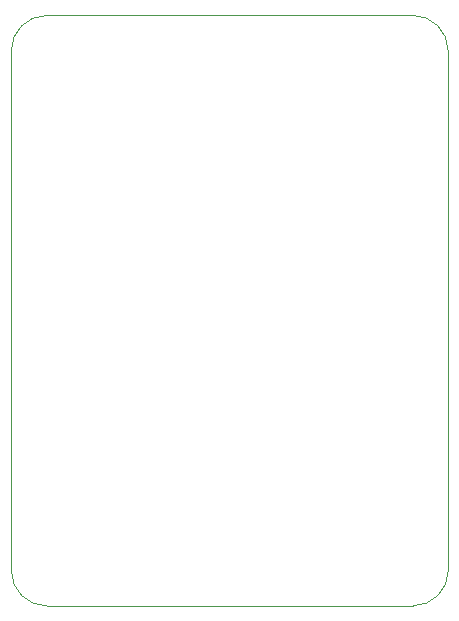
<source format=gbr>
G04 #@! TF.GenerationSoftware,KiCad,Pcbnew,(5.1.7)-1*
G04 #@! TF.CreationDate,2020-12-20T16:40:33+01:00*
G04 #@! TF.ProjectId,uart_flash_pcb,75617274-5f66-46c6-9173-685f7063622e,rev?*
G04 #@! TF.SameCoordinates,Original*
G04 #@! TF.FileFunction,Profile,NP*
%FSLAX46Y46*%
G04 Gerber Fmt 4.6, Leading zero omitted, Abs format (unit mm)*
G04 Created by KiCad (PCBNEW (5.1.7)-1) date 2020-12-20 16:40:33*
%MOMM*%
%LPD*%
G01*
G04 APERTURE LIST*
G04 #@! TA.AperFunction,Profile*
%ADD10C,0.050000*%
G04 #@! TD*
G04 APERTURE END LIST*
D10*
X90000000Y-102000000D02*
X90000000Y-58000000D01*
X124000000Y-55000000D02*
G75*
G02*
X127000000Y-58000000I0J-3000000D01*
G01*
X90000000Y-58000000D02*
G75*
G02*
X93000000Y-55000000I3000000J0D01*
G01*
X93000000Y-105000000D02*
G75*
G02*
X90000000Y-102000000I0J3000000D01*
G01*
X127000000Y-102000000D02*
G75*
G02*
X124000000Y-105000000I-3000000J0D01*
G01*
X93000000Y-105000000D02*
X124000000Y-105000000D01*
X127000000Y-102000000D02*
X127000000Y-58000000D01*
X124000000Y-55000000D02*
X93000000Y-55000000D01*
M02*

</source>
